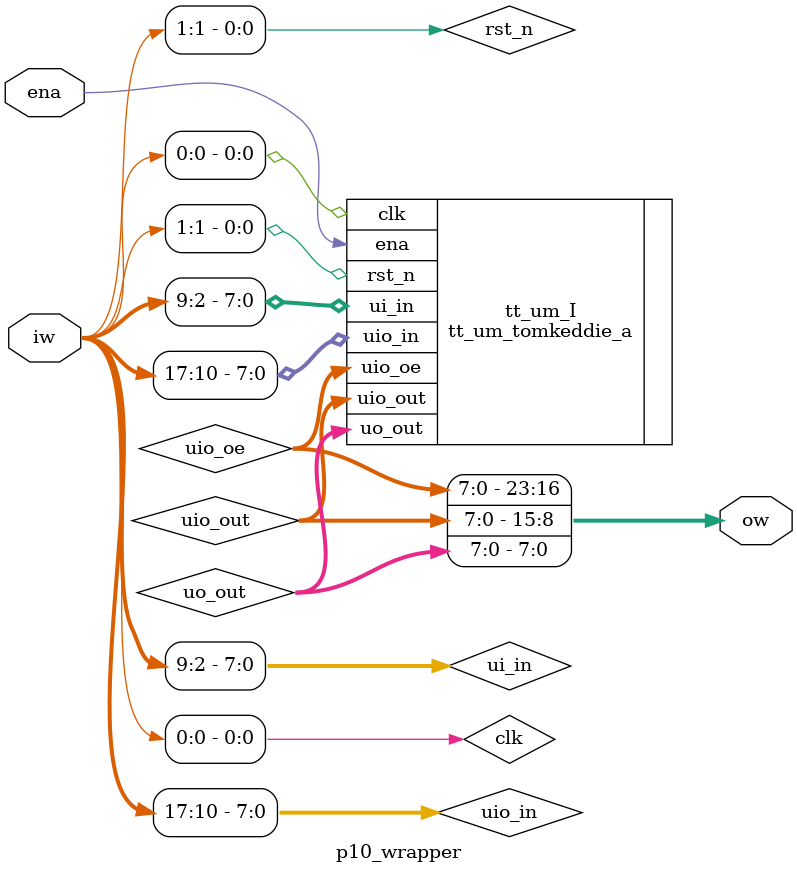
<source format=v>
`default_nettype none

module p10_wrapper (
  input wire ena,
  input wire [17:0] iw,
  output wire [23:0] ow
);

wire [7:0] uio_in;
wire [7:0] uio_out;
wire [7:0] uio_oe;
wire [7:0] uo_out;
wire [7:0] ui_in;
wire clk;
wire rst_n;

assign { uio_in, ui_in, rst_n, clk } = iw;
assign ow = { uio_oe, uio_out, uo_out };

tt_um_tomkeddie_a tt_um_I (
  .uio_in  (uio_in),
  .uio_out (uio_out),
  .uio_oe  (uio_oe),
  .uo_out  (uo_out),
  .ui_in   (ui_in),
  .ena     (ena),
  .clk     (clk),
  .rst_n   (rst_n)
);

endmodule

</source>
